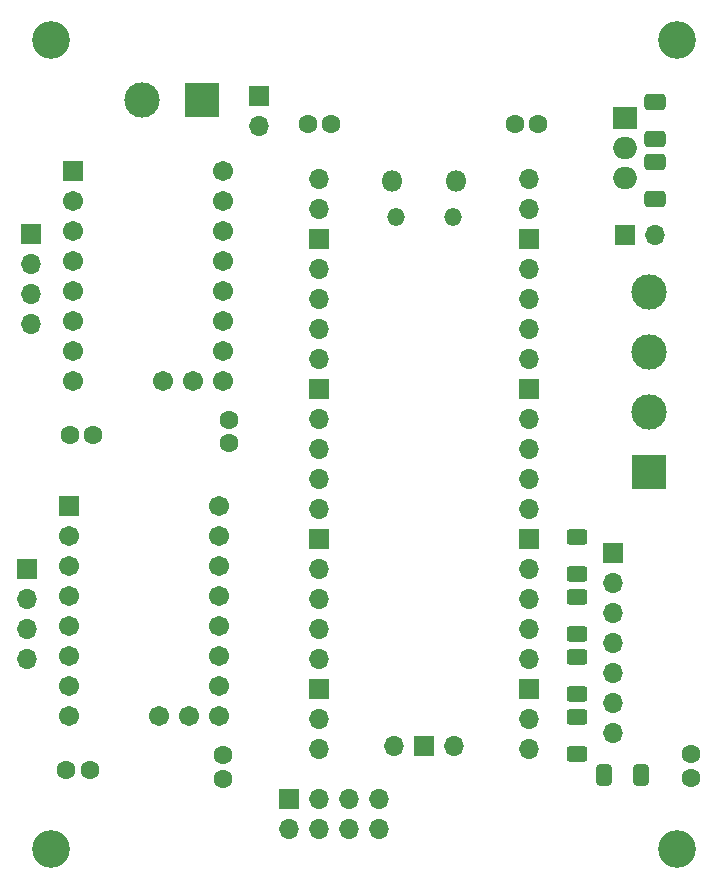
<source format=gbr>
%TF.GenerationSoftware,KiCad,Pcbnew,8.0.5-8.0.5-0~ubuntu24.04.1*%
%TF.CreationDate,2024-10-03T18:51:15+02:00*%
%TF.ProjectId,motor-driver-breakout-v2,6d6f746f-722d-4647-9269-7665722d6272,rev?*%
%TF.SameCoordinates,Original*%
%TF.FileFunction,Soldermask,Bot*%
%TF.FilePolarity,Negative*%
%FSLAX46Y46*%
G04 Gerber Fmt 4.6, Leading zero omitted, Abs format (unit mm)*
G04 Created by KiCad (PCBNEW 8.0.5-8.0.5-0~ubuntu24.04.1) date 2024-10-03 18:51:15*
%MOMM*%
%LPD*%
G01*
G04 APERTURE LIST*
G04 Aperture macros list*
%AMRoundRect*
0 Rectangle with rounded corners*
0 $1 Rounding radius*
0 $2 $3 $4 $5 $6 $7 $8 $9 X,Y pos of 4 corners*
0 Add a 4 corners polygon primitive as box body*
4,1,4,$2,$3,$4,$5,$6,$7,$8,$9,$2,$3,0*
0 Add four circle primitives for the rounded corners*
1,1,$1+$1,$2,$3*
1,1,$1+$1,$4,$5*
1,1,$1+$1,$6,$7*
1,1,$1+$1,$8,$9*
0 Add four rect primitives between the rounded corners*
20,1,$1+$1,$2,$3,$4,$5,0*
20,1,$1+$1,$4,$5,$6,$7,0*
20,1,$1+$1,$6,$7,$8,$9,0*
20,1,$1+$1,$8,$9,$2,$3,0*%
G04 Aperture macros list end*
%ADD10C,3.200000*%
%ADD11R,1.700000X1.700000*%
%ADD12O,1.700000X1.700000*%
%ADD13C,1.600000*%
%ADD14C,1.712000*%
%ADD15RoundRect,0.102000X-0.754000X-0.754000X0.754000X-0.754000X0.754000X0.754000X-0.754000X0.754000X0*%
%ADD16R,2.000000X1.905000*%
%ADD17O,2.000000X1.905000*%
%ADD18RoundRect,0.250000X-0.650000X0.412500X-0.650000X-0.412500X0.650000X-0.412500X0.650000X0.412500X0*%
%ADD19RoundRect,0.250000X-0.625000X0.400000X-0.625000X-0.400000X0.625000X-0.400000X0.625000X0.400000X0*%
%ADD20R,3.000000X3.000000*%
%ADD21C,3.000000*%
%ADD22O,1.800000X1.800000*%
%ADD23O,1.500000X1.500000*%
%ADD24RoundRect,0.250000X-0.412500X-0.650000X0.412500X-0.650000X0.412500X0.650000X-0.412500X0.650000X0*%
%ADD25RoundRect,0.250000X0.650000X-0.412500X0.650000X0.412500X-0.650000X0.412500X-0.650000X-0.412500X0*%
G04 APERTURE END LIST*
D10*
%TO.C,H4*%
X91000000Y-98500000D03*
%TD*%
%TO.C,H3*%
X91000000Y-30000000D03*
%TD*%
%TO.C,H2*%
X38000000Y-98500000D03*
%TD*%
%TO.C,H1*%
X38000000Y-30000000D03*
%TD*%
D11*
%TO.C,J7*%
X58166000Y-94234000D03*
D12*
X58166000Y-96774000D03*
X60706000Y-94234000D03*
X60706000Y-96774000D03*
X63246000Y-94234000D03*
X63246000Y-96774000D03*
X65786000Y-94234000D03*
X65786000Y-96774000D03*
%TD*%
D13*
%TO.C,C3*%
X77248000Y-37084000D03*
X79248000Y-37084000D03*
%TD*%
D14*
%TO.C,U1*%
X47156000Y-87270272D03*
X49696000Y-87270272D03*
X39536000Y-87270272D03*
X39536000Y-84730272D03*
X39536000Y-82190272D03*
X39536000Y-79650272D03*
X39536000Y-77110272D03*
X39536000Y-74570272D03*
X39536000Y-72030272D03*
D15*
X39536000Y-69490272D03*
D14*
X52236000Y-87270272D03*
X52236000Y-84730272D03*
X52236000Y-82190272D03*
X52236000Y-79650272D03*
X52236000Y-77110272D03*
X52236000Y-74570272D03*
X52236000Y-72030272D03*
X52236000Y-69490272D03*
%TD*%
D11*
%TO.C,M1*%
X35980000Y-74824272D03*
D12*
X35980000Y-77364272D03*
X35980000Y-79904272D03*
X35980000Y-82444272D03*
%TD*%
D13*
%TO.C,C11*%
X39298000Y-91842272D03*
X41298000Y-91842272D03*
%TD*%
%TO.C,C9*%
X52578000Y-92572272D03*
X52578000Y-90572272D03*
%TD*%
D16*
%TO.C,U5*%
X86614000Y-36576000D03*
D17*
X86614000Y-39116000D03*
X86614000Y-41656000D03*
%TD*%
D12*
%TO.C,J6*%
X85598000Y-88646000D03*
X85598000Y-86106000D03*
X85598000Y-83566000D03*
X85598000Y-81026000D03*
X85598000Y-78486000D03*
X85598000Y-75946000D03*
D11*
X85598000Y-73406000D03*
%TD*%
D13*
%TO.C,C7*%
X92202000Y-90456000D03*
X92202000Y-92456000D03*
%TD*%
D14*
%TO.C,U2*%
X49994000Y-58844272D03*
X47454000Y-58844272D03*
X52534000Y-58844272D03*
X52534000Y-56304272D03*
X52534000Y-53764272D03*
X52534000Y-51224272D03*
X52534000Y-48684272D03*
X52534000Y-46144272D03*
X52534000Y-43604272D03*
X52534000Y-41064272D03*
X39834000Y-58844272D03*
X39834000Y-56304272D03*
X39834000Y-53764272D03*
X39834000Y-51224272D03*
X39834000Y-48684272D03*
X39834000Y-46144272D03*
X39834000Y-43604272D03*
D15*
X39834000Y-41064272D03*
%TD*%
D18*
%TO.C,C1*%
X89154000Y-35267500D03*
X89154000Y-38392500D03*
%TD*%
D19*
%TO.C,R6*%
X82550000Y-77190000D03*
X82550000Y-80290000D03*
%TD*%
D11*
%TO.C,JP1*%
X86614000Y-46482000D03*
D12*
X89154000Y-46482000D03*
%TD*%
D11*
%TO.C,JP2*%
X55626000Y-34793000D03*
D12*
X55626000Y-37333000D03*
%TD*%
D11*
%TO.C,M0*%
X36278000Y-46398272D03*
D12*
X36278000Y-48938272D03*
X36278000Y-51478272D03*
X36278000Y-54018272D03*
%TD*%
D13*
%TO.C,C15*%
X41596000Y-63416272D03*
X39596000Y-63416272D03*
%TD*%
%TO.C,C13*%
X53086000Y-64146272D03*
X53086000Y-62146272D03*
%TD*%
D20*
%TO.C,J4*%
X88646000Y-66548000D03*
D21*
X88646000Y-61468000D03*
X88646000Y-56388000D03*
X88646000Y-51308000D03*
%TD*%
D20*
%TO.C,J5*%
X50800000Y-35052000D03*
D21*
X45720000Y-35052000D03*
%TD*%
D13*
%TO.C,C5*%
X59722000Y-37084000D03*
X61722000Y-37084000D03*
%TD*%
D12*
%TO.C,U3*%
X72136000Y-89828000D03*
D11*
X69596000Y-89828000D03*
D12*
X67056000Y-89828000D03*
X78486000Y-41798000D03*
X78486000Y-44338000D03*
D11*
X78486000Y-46878000D03*
D12*
X78486000Y-49418000D03*
X78486000Y-51958000D03*
X78486000Y-54498000D03*
X78486000Y-57038000D03*
D11*
X78486000Y-59578000D03*
D12*
X78486000Y-62118000D03*
X78486000Y-64658000D03*
X78486000Y-67198000D03*
X78486000Y-69738000D03*
D11*
X78486000Y-72278000D03*
D12*
X78486000Y-74818000D03*
X78486000Y-77358000D03*
X78486000Y-79898000D03*
X78486000Y-82438000D03*
D11*
X78486000Y-84978000D03*
D12*
X78486000Y-87518000D03*
X78486000Y-90058000D03*
X60706000Y-90058000D03*
X60706000Y-87518000D03*
D11*
X60706000Y-84978000D03*
D12*
X60706000Y-82438000D03*
X60706000Y-79898000D03*
X60706000Y-77358000D03*
X60706000Y-74818000D03*
D11*
X60706000Y-72278000D03*
D12*
X60706000Y-69738000D03*
X60706000Y-67198000D03*
X60706000Y-64658000D03*
X60706000Y-62118000D03*
D11*
X60706000Y-59578000D03*
D12*
X60706000Y-57038000D03*
X60706000Y-54498000D03*
X60706000Y-51958000D03*
X60706000Y-49418000D03*
D11*
X60706000Y-46878000D03*
D12*
X60706000Y-44338000D03*
X60706000Y-41798000D03*
D22*
X72321000Y-41928000D03*
D23*
X72021000Y-44958000D03*
X67171000Y-44958000D03*
D22*
X66871000Y-41928000D03*
%TD*%
D19*
%TO.C,R3*%
X82550000Y-82244000D03*
X82550000Y-85344000D03*
%TD*%
D24*
%TO.C,C8*%
X84797500Y-92202000D03*
X87922500Y-92202000D03*
%TD*%
D19*
%TO.C,R4*%
X82550000Y-87350000D03*
X82550000Y-90450000D03*
%TD*%
D25*
%TO.C,C2*%
X89154000Y-43472500D03*
X89154000Y-40347500D03*
%TD*%
D19*
%TO.C,R5*%
X82550000Y-72110000D03*
X82550000Y-75210000D03*
%TD*%
M02*

</source>
